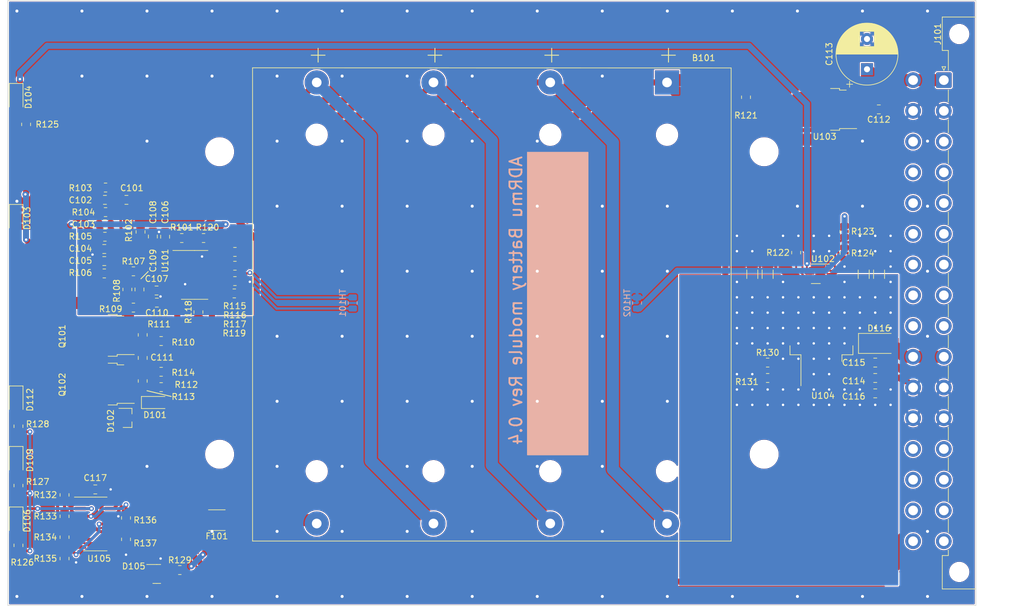
<source format=kicad_pcb>
(kicad_pcb (version 20211014) (generator pcbnew)
  (title_block (title "ADRmu battery module") (date "2022-06-04") (rev "0.4") (company "RPG"))
  (layers (0 "F.Cu" signal) (31 "B.Cu" signal) (34 "B.Paste" user) (35 "F.Paste" user) (36 "B.SilkS" user "B.Silkscreen") (37 "F.SilkS" user "F.Silkscreen") (38 "B.Mask" user) (39 "F.Mask" user) (44 "Edge.Cuts" user))
  (net 0 "")
  (net 1 "Net-(C107-Pad2)")
  (net 2 "Net-(C111-Pad1)")
  (net 3 "/-i{slash}o")
  (net 4 "/in+")
  (net 5 "Net-(D101-Pad1)")
  (net 6 "Net-(D101-Pad2)")
  (net 7 "Net-(D103-Pad2)")
  (net 8 "Net-(D104-Pad2)")
  (net 10 "Net-(B101-Pad2)")
  (net 11 "Net-(B101-Pad4)")
  (net 12 "Net-(B101-Pad6)")
  (net 15 "+BATT")
  (net 16 "-BATT")
  (net 17 "Net-(C101-Pad1)")
  (net 18 "Net-(C101-Pad2)")
  (net 19 "Net-(C102-Pad2)")
  (net 20 "Net-(C103-Pad2)")
  (net 21 "GND")
  (net 22 "Net-(C105-Pad1)")
  (net 23 "Net-(C106-Pad1)")
  (net 25 "Net-(C109-Pad2)")
  (net 32 "Net-(Q101-Pad1)")
  (net 33 "Net-(Q101-Pad2)")
  (net 37 "/AVDD")
  (net 49 "Net-(R110-Pad2)")
  (net 50 "Net-(R114-Pad1)")
  (net 51 "Net-(R115-Pad1)")
  (net 52 "Net-(R116-Pad1)")
  (net 53 "Net-(D104-Pad1)")
  (net 54 "Net-(R118-Pad2)")
  (net 55 "Net-(R119-Pad2)")
  (net 56 "Net-(C113-Pad1)")
  (net 57 "Net-(R116-Pad2)")
  (net 58 "Net-(R117-Pad2)")
  (net 59 "Net-(R121-Pad1)")
  (net 60 "Net-(R123-Pad1)")
  (net 61 "Net-(R123-Pad2)")
  (net 62 "Net-(R124-Pad2)")
  (net 63 "Net-(R122-Pad1)")
  (net 64 "Net-(C116-Pad1)")
  (net 66 "Net-(D106-Pad2)")
  (net 67 "Net-(D109-Pad2)")
  (net 68 "Net-(D112-Pad2)")
  (net 69 "Net-(C115-Pad1)")
  (net 70 "/dropped_in+")
  (net 71 "Net-(D106-Pad1)")
  (net 72 "Net-(D109-Pad1)")
  (net 73 "Net-(D112-Pad1)")
  (net 74 "Net-(R132-Pad1)")
  (net 75 "Net-(R133-Pad1)")
  (net 76 "Net-(R134-Pad1)")
  (net 77 "Net-(R136-Pad1)")
  (net 78 "Net-(R132-Pad2)")
  (footprint "Capacitor_SMD:C_0805_2012Metric" (layer "F.Cu") (at 94.634865 99.94 180)
    (fp_text reference "C110")
    (fp_text value "100n 50V")
  )
  (footprint "Capacitor_SMD:C_0805_2012Metric" (layer "F.Cu") (at 93.968 89.018 -90)
    (fp_text reference "C108")
    (fp_text value "1u 50V")
  )
  (footprint "Capacitor_SMD:C_0805_2012Metric" (layer "F.Cu") (at 213.36 114.935)
    (fp_text reference "C116")
    (fp_text value "1u 50V")
  )
  (footprint "MountingHole:MountingHole_4.3mm_M4" (layer "F.Cu") (at 195 75)
    (fp_text reference "H104" hide)
    (fp_text value "MountingHole")
  )
  (footprint "Capacitor_THT:CP_Radial_D10.0mm_P5.00mm" (layer "F.Cu") (at 212 61.367677 90)
    (fp_text reference "C113")
    (fp_text value "220u 16V")
  )
  (footprint "Package_TO_SOT_SMD:TO-252-2" (layer "F.Cu") (at 85.6065 113.401 180)
    (fp_text reference "Q102")
    (fp_text value "Q_NMOS_GDS")
  )
  (footprint "Package_SO:SOIC-14_3.9x8.7mm_P1.27mm" (layer "F.Cu") (at 84.455 136.525)
    (fp_text reference "U105")
    (fp_text value "LM339")
  )
  (footprint "Capacitor_SMD:C_1206_3216Metric" (layer "F.Cu") (at 213.995 95.25 90)
    (fp_text reference "HS104" hide)
    (fp_text value "THJP1206AST1")
  )
  (footprint "Package_TO_SOT_SMD:TO-252-2" (layer "F.Cu") (at 205 68 180)
    (fp_text reference "U103")
    (fp_text value "L7812")
  )
  (footprint "Fuse:Fuse_1812_4532Metric" (layer "F.Cu") (at 104.5425 135.89 180)
    (fp_text reference "F101")
    (fp_text value "2A")
  )
  (footprint "Resistor_SMD:R_0805_2012Metric" (layer "F.Cu") (at 90.7565 94.765)
    (fp_text reference "R107")
    (fp_text value "100")
  )
  (footprint "ADRmu_battery_Library:BK-18650-PC8" (layer "F.Cu") (at 178.95 63.55 -90)
    (fp_text reference "B101")
    (fp_text value "BK-18650-PC8")
  )
  (footprint "Resistor_SMD:R_0805_2012Metric" (layer "F.Cu") (at 102.35 89.272)
    (fp_text reference "R120")
    (fp_text value "49k9")
  )
  (footprint "Capacitor_SMD:C_0805_2012Metric" (layer "F.Cu") (at 84.455 130.81 180)
    (fp_text reference "C117")
    (fp_text value "100n 50V")
  )
  (footprint "Resistor_SMD:R_0805_2012Metric" (layer "F.Cu") (at 98.425 144.145)
    (fp_text reference "R129")
    (fp_text value "10k")
  )
  (footprint "Capacitor_SMD:C_1206_3216Metric" (layer "F.Cu") (at 211.455 95.25 90)
    (fp_text reference "HS103" hide)
    (fp_text value "THJP1206AST1")
  )
  (footprint "Resistor_SMD:R_0805_2012Metric" (layer "F.Cu") (at 79.375 142.24 90)
    (fp_text reference "R135")
    (fp_text value "68k")
  )
  (footprint "Package_TO_SOT_SMD:TO-263-2" (layer "F.Cu") (at 204.47 105.61 90)
    (fp_text reference "U104")
    (fp_text value "LM317_TO-263")
  )
  (footprint "Resistor_SMD:R_0805_2012Metric" (layer "F.Cu") (at 89.7565 97.765 -90)
    (fp_text reference "R108")
    (fp_text value "60mR")
  )
  (footprint "Resistor_SMD:R_0805_2012Metric" (layer "F.Cu") (at 86.047 89.051)
    (fp_text reference "R105")
    (fp_text value "33")
  )
  (footprint "Resistor_SMD:R_0805_2012Metric" (layer "F.Cu") (at 89.535 139.065 90)
    (fp_text reference "R137")
    (fp_text value "10k")
  )
  (footprint "Resistor_SMD:R_0805_2012Metric" (layer "F.Cu") (at 71.755 130.175 -90)
    (fp_text reference "R127")
    (fp_text value "49k9")
  )
  (footprint "Package_TO_SOT_SMD:TO-252-2" (layer "F.Cu") (at 85.6065 105.351 180)
    (fp_text reference "Q101")
    (fp_text value "Q_NMOS_GDS")
  )
  (footprint "LED_SMD:LED_1206_3216Metric" (layer "F.Cu") (at 71.375 86 -90)
    (fp_text reference "D103")
    (fp_text value "LT Y8SG-V2AB-36")
  )
  (footprint "Capacitor_SMD:C_0805_2012Metric" (layer "F.Cu") (at 213.95 68 180)
    (fp_text reference "C112")
    (fp_text value "100n 50V")
  )
  (footprint "MountingHole:MountingHole_4.3mm_M4" (layer "F.Cu") (at 195 125)
    (fp_text reference "H101" hide)
    (fp_text value "MountingHole")
  )
  (footprint "Resistor_SMD:R_0805_2012Metric" (layer "F.Cu") (at 195.58 109.855 180)
    (fp_text reference "R130")
    (fp_text value "5k1")
  )
  (footprint "Resistor_SMD:R_0805_2012Metric" (layer "F.Cu") (at 101.5 101.5 90)
    (fp_text reference "R118")
    (fp_text value "470k")
  )
  (footprint "Resistor_SMD:R_0805_2012Metric" (layer "F.Cu") (at 107.43 98.416 180)
    (fp_text reference "R119")
    (fp_text value "10k")
  )
  (footprint "Capacitor_SMD:C_0805_2012Metric" (layer "F.Cu") (at 96 89.05 90)
    (fp_text reference "C106")
    (fp_text value "1u 50V")
  )
  (footprint "Resistor_SMD:R_0805_2012Metric" (layer "F.Cu") (at 79.375 138.7075 90)
    (fp_text reference "R134")
    (fp_text value "1k8")
  )
  (footprint "Resistor_SMD:R_0805_2012Metric" (layer "F.Cu") (at 208.29 88.18 -90)
    (fp_text reference "R123")
    (fp_text value "10k")
  )
  (footprint "Diode_SMD:D_SOD-123" (layer "F.Cu") (at 94.3255 116.45)
    (fp_text reference "D101")
    (fp_text value "1N4148")
  )
  (footprint "Resistor_SMD:R_0805_2012Metric" (layer "F.Cu") (at 208.29 91.7675 -90)
    (fp_text reference "R124")
    (fp_text value "1k2")
  )
  (footprint "MountingHole:MountingHole_4.3mm_M4" (layer "F.Cu") (at 105 75)
    (fp_text reference "H102" hide)
    (fp_text value "MountingHole")
  )
  (footprint "Resistor_SMD:R_0805_2012Metric" (layer "F.Cu") (at 86.1505 84.987)
    (fp_text reference "R104")
    (fp_text value "33")
  )
  (footprint "LED_SMD:LED_1206_3216Metric" (layer "F.Cu") (at 71.375 116 -90)
    (fp_text reference "D112")
    (fp_text value "LT Y8SG-V2AB-36")
  )
  (footprint "Resistor_SMD:R_0805_2012Metric" (layer "F.Cu") (at 107.5335 93.844)
    (fp_text reference "R116")
    (fp_text value "10k")
  )
  (footprint "Resistor_SMD:R_0805_2012Metric" (layer "F.Cu") (at 200.29 91.68 -90)
    (fp_text reference "R122")
    (fp_text value "680k")
  )
  (footprint "Package_TO_SOT_SMD:SOT-23" (layer "F.Cu") (at 94.615 144.78)
    (fp_text reference "D105")
    (fp_text value "BZX84C10")
  )
  (footprint "Resistor_SMD:R_0805_2012Metric" (layer "F.Cu") (at 107.5335 91.558)
    (fp_text reference "R115")
    (fp_text value "10k")
  )
  (footprint "Resistor_SMD:R_0805_2012Metric" (layer "F.Cu") (at 91.936 88.256 -90)
    (fp_text reference "R102")
    (fp_text value "33")
  )
  (footprint "Capacitor_SMD:C_0805_2012Metric" (layer "F.Cu") (at 94.584865 97.94 180)
    (fp_text reference "C107")
    (fp_text value "100n 50V")
  )
  (footprint "Resistor_SMD:R_0805_2012Metric" (layer "F.Cu") (at 95.3415 106.29)
    (fp_text reference "R110")
    (fp_text value "5k1")
  )
  (footprint "Resistor_SMD:R_0805_2012Metric" (layer "F.Cu") (at 90.7565 100.765)
    (fp_text reference "R109")
    (fp_text value "100")
  )
  (footprint "Capacitor_SMD:C_0805_2012Metric" (layer "F.Cu") (at 92.2935 109.084 -90)
    (fp_text reference "C111")
    (fp_text value "100n 50V")
  )
  (footprint "Diode_SMD:D_SOT-23_ANK" (layer "F.Cu") (at 89.7535 118.99)
    (fp_text reference "D102")
    (fp_text value "16V")
  )
  (footprint "Resistor_SMD:R_0805_2012Metric" (layer "F.Cu") (at 79.375 131.7225 90)
    (fp_text reference "R132")
    (fp_text value "33k")
  )
  (footprint "Resistor_SMD:R_0805_2012Metric" (layer "F.Cu") (at 98.747 89.272 180)
    (fp_text reference "R101")
    (fp_text value "1k")
  )
  (footprint "Capacitor_SMD:C_1206_3216Metric" (layer "F.Cu") (at 193.04 95.25 90)
    (fp_text reference "HS101" hide)
    (fp_text value "THJP1206AST1")
  )
  (footprint "Capacitor_SMD:C_0805_2012Metric" (layer "F.Cu") (at 213.36 109.855)
    (fp_text reference "C115")
    (fp_text value "1u 50V")
  )
  (footprint "Resistor_SMD:R_0805_2012Metric" (layer "F.Cu") (at 107.5335 96.384 180)
    (fp_text reference "R117")
    (fp_text value "200k")
  )
  (footprint "Connector_DIN:DIN41612_D_2x16_Male_Horizontal_THT" (layer "F.Cu") (at 224.7 60.63 -90)
    (fp_text reference "J101")
    (fp_text value "Harting 09042326831")
  )
  (footprint "Resistor_SMD:R_0805_2012Metric" (layer "F.Cu") (at 192 66 90)
    (fp_text reference "R121")
    (fp_text value "9.1M")
  )
  (footprint "Resistor_SMD:R_0805_2012Metric" (layer "F.Cu") (at 95.3415 113.91 180)
    (fp_text reference "R112")
    (fp_text value "1M")
  )
  (footprint "Diode_SMD:D_SMA" (layer "F.Cu") (at 213.995 106.68)
    (fp_text reference "D116")
    (fp_text value "RS1D-13-F")
  )
  (footprint "Capacitor_SMD:C_0805_2012Metric" (layer "F.Cu") (at 86.047 82.955 180)
    (fp_text reference "C102")
    (fp_text value "1u 50V")
  )
  (footprint "LED_SMD:LED_1206_3216Metric" (layer "F.Cu") (at 71.375 136 -90)
    (fp_text reference "D106")
    (fp_text value "LT Y8SG-V2AB-36")
  )
  (footprint "Resistor_SMD:R_0805_2012Metric" (layer "F.Cu") (at 95.3415 111.37 180)
    (fp_text reference "R114")
    (fp_text value "5k1")
  )
  (footprint "Capacitor_SMD:C_0805_2012Metric" (layer "F.Cu") (at 86.047 87.019 180)
    (fp_text reference "C103")
    (fp_text value "1u 50V")
  )
  (footprint "Capacitor_SMD:C_0805_2012Metric" (layer "F.Cu") (at 213.36 112.395)
    (fp_text reference "C114")
    (fp_text value "1u 50V")
  )
  (footprint "Capacitor_SMD:C_0805_2012Metric" (layer "F.Cu") (at 91.7565 97.765 -90)
    (fp_text reference "C109")
    (fp_text value "100n 50V")
  )
  (footprint "Resistor_SMD:R_0805_2012Metric" (layer "F.Cu") (at 85.9435 95.114 180)
    (fp_text reference "R106")
    (fp_text value "33")
  )
  (footprint "Resistor_SMD:R_0805_2012Metric" (layer "F.Cu") (at 79.375 135.255 90)
    (fp_text reference "R133")
    (fp_text value "1k8")
  )
  (footprint "Resistor_SMD:R_0805_2012Metric" (layer "F.Cu") (at 195.58 112.395)
    (fp_text reference "R131")
    (fp_text value "10k")
  )
  (footprint "Resistor_SMD:R_0805_2012Metric" (layer "F.Cu") (at 92.2935 105.274 -90)
    (fp_text reference "R111")
    (fp_text value "10M")
  )
  (footprint "Package_SO:TSSOP-24_4.4x7.8mm_P0.65mm" (layer "F.Cu") (at 100.8695 95.354)
    (fp_text reference "U101")
    (fp_text value "BQ7791500")
  )
  (footprint "LED_SMD:LED_1206_3216Metric" (layer "F.Cu") (at 71.375 66 -90)
    (fp_text reference "D104")
    (fp_text value "LT Y8SG-V2AB-36")
  )
  (footprint "Resistor_SMD:R_0805_2012Metric" (layer "F.Cu") (at 86.1505 80.923)
    (fp_text reference "R103")
    (fp_text value "33")
  )
  (footprint "Resistor_SMD:R_0805_2012Metric" (layer "F.Cu") (at 71.755 140.0575 -90)
    (fp_text reference "R126")
    (fp_text value "49k9")
  )
  (footprint "Resistor_SMD:R_0805_2012Metric" (layer "F.Cu") (at 89.535 135.5325 90)
    (fp_text reference "R136")
    (fp_text value "10k")
  )
  (footprint "MountingHole:MountingHole_4.3mm_M4" (layer "F.Cu") (at 105 125)
    (fp_text reference "H103" hide)
    (fp_text value "MountingHole")
  )
  (footprint "Resistor_SMD:R_0805_2012Metric" (layer "F.Cu") (at 71.755 120.3725 -90)
    (fp_text reference "R128")
    (fp_text value "49k9")
  )
  (footprint "LED_SMD:LED_1206_3216Metric" (layer "F.Cu") (at 71.375 126 -90)
    (fp_text reference "D109")
    (fp_text value "LT Y8SG-V2AB-36")
  )
  (footprint "Capacitor_SMD:C_0805_2012Metric" (layer "F.Cu") (at 85.9435 93.082 180)
    (fp_text reference "C105")
    (fp_text value "1u 50V")
  )
  (footprint "Resistor_SMD:R_0805_2012Metric" (layer "F.Cu") (at 73.025 70.485 90)
    (fp_text reference "R125")
    (fp_text value "49k9")
  )
  (footprint "Capacitor_SMD:C_0805_2012Metric" (layer "F.Cu") (at 89.603 82.955 180)
    (fp_text reference "C101")
    (fp_text value "1u 50V")
  )
  (footprint "Package_DFN_QFN:DFN-10-1EP_3x3mm_P0.5mm_EP1.65x2.38mm" (layer "F.Cu") (at 204.29 95.18 180)
    (fp_text reference "U102")
    (fp_text value "LTC4079")
  )
  (footprint "Capacitor_SMD:C_0805_2012Metric" (layer "F.Cu") (at 85.9435 91.083 180)
    (fp_text reference "C104")
    (fp_text value "1u 50V")
  )
  (footprint "Resistor_SMD:R_0805_2012Metric" (layer "F.Cu") (at 92.2935 112.894 -90)
    (fp_text reference "R113")
    (fp_text value "3M")
  )
  (footprint "Capacitor_SMD:C_1206_3216Metric" (layer "F.Cu") (at 195.58 95.25 90)
    (fp_text reference "HS102" hide)
    (fp_text value "THJP1206AST1")
  )
  (footprint "Resistor_SMD:R_0805_2012Metric" (layer "B.Cu") (at 127 100 -90)
    (fp_text reference "TH101")
    (fp_text value "CMFB3435103FNT")
  )
  (footprint "Resistor_SMD:R_0805_2012Metric" (layer "B.Cu") (at 174 100 -90)
    (fp_text reference "TH102")
    (fp_text value "CMFB3435103FNT")
  )
  (gr_rect (start 165.885 125.1) (end 155.885 75.1) (layer "B.SilkS") (width 0.15) (fill solid))
  (gr_line (start 93 114.5) (end 97 115.45) (layer "F.SilkS") (width 0.15))
  (gr_line (start 92 96) (end 93.2 94.8) (layer "F.SilkS") (width 0.15))
  (gr_rect locked (start 230 50) (end 70 150) (layer "Edge.Cuts") (width 0.1) (fill none))
  (gr_text "ADRmu Battery module Rev 0.4" (at 153.985 99.6 90) (layer "B.SilkS") (effects (font (size 2 2) (thickness 0.3)) (justify mirror)))
  (segment (start 91.669 96.7275) (end 91.7565 96.815) (width 1) (layer "F.Cu") (net 1))
  (segment (start 91.669 94.765) (end 91.669 96.7275) (width 1) (layer "F.Cu") (net 1))
  (segment (start 96.399553 96.81548) (end 94.759385 96.81548) (width 0.4) (layer "F.Cu") (net 1))
  (segment (start 97.213073 97.629) (end 96.399553 96.81548) (width 0.4) (layer "F.Cu") (net 1))
  (segment (start 92.509865 96.815) (end 93.634865 97.94) (width 1) (layer "F.Cu") (net 1))
  (segment (start 94.759385 96.81548) (end 93.634865 97.94) (width 0.4) (layer "F.Cu") (net 1))
  (segment (start 91.7565 96.815) (end 92.509865 96.815) (width 1) (layer "F.Cu") (net 1))
  (segment (start 98.007 97.629) (end 97.213073 97.629) (width 0.4) (layer "F.Cu") (net 1))
  (segment (start 88.414478 109.338) (end 87.9755 108.899022) (width 1) (layer "F.Cu") (net 2))
  (segment (start 92.2935 104.3615) (end 91.097 104.3615) (width 1) (layer "F.Cu") (net 2))
  (segment (start 89.7565 100.6775) (end 89.7565 98.6775) (width 2) (layer "F.Cu") (net 2))
  (segment (start 90.921676 109.338) (end 88.414478 109.338) (width 1) (layer "F.Cu") (net 2))
  (segment (start 89.844 100.765) (end 89.7565 100.6775) (width 2) (layer "F.Cu") (net 2))
  (segment (start 89.844 100.765) (end 89.844 103.0335) (width 2) (layer "F.Cu") (net 2))
  (segment (start 87.9755 104.902) (end 89.8065 103.071) (width 1) (layer "F.Cu") (net 2))
  (segment (start 89.844 103.0335) (end 89.8065 103.071) (width 2) (layer "F.Cu") (net 2))
  (segment (start 87.9755 108.899022) (end 87.9755 104.902) (width 1) (layer "F.Cu") (net 2))
  (segment (start 91.097 104.3615) (end 89.8065 103.071) (width 1) (layer "F.Cu") (net 2))
  (segment (start 92.125676 108.134) (end 90.921676 109.338) (width 1) (layer "F.Cu") (net 2))
  (segment (start 214.31 112.395) (end 218.045 112.395) (width 1) (layer "F.Cu") (net 3))
  (segment (start 214.31 114.935) (end 214.31 112.395) (width 1) (layer "F.Cu") (net 3))
  (segment (start 214.31 112.395) (end 214.31 109.855) (width 1) (layer "F.Cu") (net 3))
  (segment (start 218.045 112.395) (end 219.62 113.97) (width 1) (layer "F.Cu") (net 3))
  (segment (start 203.95952 94.13048) (end 202.84 94.13048) (width 0.4) (layer "F.Cu") (net 3))
  (segment (start 204.29 93.8) (end 203.95952 94.13048) (width 0.4) (layer "F.Cu") (net 3))
  (segment (start 204.29 95.18) (end 204.29 93.8) (width 1.6) (layer "F.Cu") (net 3))
  (via (at 215.9 91.44) (size 0.8) (drill 0.4) (layers "F.Cu" "B.Cu") (net 3))
  (via (at 125.25 116.25) (size 0.8) (drill 0.5) (layers "F.Cu" "B.Cu") (net 3))
  (via (at 157.5 73.25) (size 0.8) (drill 0.5) (layers "F.Cu" "B.Cu") (net 3))
  (via (at 205.74 91.44) (size 0.8) (drill 0.4) (layers "F.Cu" "B.Cu") (net 3))
  (via (at 157.5 94.75) (size 0.8) (drill 0.5) (layers "F.Cu" "B.Cu") (net 3))
  (via (at 179 94.75) (size 0.8) (drill 0.5) (layers "F.Cu" "B.Cu") (net 3))
  (via (at 146.75 62.5) (size 0.8) (drill 0.5) (layers "F.Cu" "B.Cu") (net 3))
  (via (at 103.75 148.5) (size 0.8) (drill 0.5) (layers "F.Cu" "B.Cu") (net 3))
  (via (at 136 51.75) (size 0.8) (drill 0.5) (layers "F.Cu" "B.Cu") (net 3))
  (via (at 215.9 88.9) (size 0.8) (drill 0.4) (layers "F.Cu" "B.Cu") (net 3))
  (via (at 179 84) (size 0.8) (drill 0.5) (layers "F.Cu" "B.Cu") (net 3))
  (via (at 136 84) (size 0.8) (drill 0.5) (layers "F.Cu" "B.Cu") (net 3))
  (via (at 114.5 84) (size 0.8) (drill 0.5) (layers "F.Cu" "B.Cu") (net 3))
  (via (at 146.75 116.25) (size 0.8) (drill 0.5) (layers "F.Cu" "B.Cu") (net 3))
  (via (at 114.5 51.75) (size 0.8) (drill 0.5) (layers "F.Cu" "B.Cu") (net 3))
  (via (at 213.36 88.9) (size 0.8) (drill 0.4) (layers "F.Cu" "B.Cu") (net 3))
  (via (at 168.25 94.75) (size 0.8) (drill 0.5) (layers "F.Cu" "B.Cu") (net 3))
  (via (at 205.74 88.9) (size 0.8) (drill 0.4) (layers "F.Cu" "B.Cu") (net 3))
  (via (at 179 116.25) (size 0.8) (drill 0.5) (layers "F.Cu" "B.Cu") (net 3))
  (via (at 125.25 148.5) (size 0.8) (drill 0.5) (layers "F.Cu" "B.Cu") (net 3))
  (via (at 168.25 137.75) (size 0.8) (drill 0.5) (layers "F.Cu" "B.Cu") (net 3))
  (via (at 125.25 127) (size 0.8) (drill 0.5) (layers "F.Cu" "B.Cu") (net 3))
  (via (at 136 105.5) (size 0.8) (drill 0.5) (layers "F.Cu" "B.Cu") (net 3))
  (via (at 93 148.5) (size 0.8) (drill 0.5) (layers "F.Cu" "B.Cu") (net 3))
  (via (at 81.28 142.875) (size 0.8) (drill 0.4) (layers "F.Cu" "B.Cu") (net 3))
  (via (at 93 127) (size 0.8) (drill 0.5) (layers "F.Cu" "B.Cu") (net 3))
  (via (at 215.9 93.98) (size 0.8) (drill 0.4) (layers "F.Cu" "B.Cu") (net 3))
  (via (at 210.82 91.44) (size 0.8) (drill 0.4) (layers "F.Cu" "B.Cu") (net 3))
  (via (at 168.25 127) (size 0.8) (drill 0.5) (layers "F.Cu" "B.Cu") (net 3))
  (via (at 189.75 51.75) (size 0.8) (drill 0.5) (layers "F.Cu" "B.Cu") (net 3))
  (via (at 136 127) (size 0.8) (drill 0.5) (layers "F.Cu" "B.Cu") (net 3))
  (via (at 168.25 62.5) (size 0.8) (drill 0.5) (layers "F.Cu" "B.Cu") (net 3))
  (via (at 95.25 142.24) (size 0.8) (drill 0.4) (layers "F.Cu" "B.Cu") (net 3))
  (via (at 168.25 84) (size 0.8) (drill 0.5) (layers "F.Cu" "B.Cu") (net 3))
  (via (at 222 94.75) (size 0.8) (drill 0.5) (layers "F.Cu" "B.Cu") (net 3))
  (via (at 125.25 94.75) (size 0.8) (drill 0.5) (layers "F.Cu" "B.Cu") (net 3))
  (via (at 125.25 51.75) (size 0.8) (drill 0.5) (layers "F.Cu" "B.Cu") (net 3))
  (via (at 125.25 137.75) (size 0.8) (drill 0.5) (layers "F.Cu" "B.Cu") (net 3))
  (via (at 114.5 62.5) (size 0.8) (drill 0.5) (layers "F.Cu" "B.Cu") (net 3))
  (via (at 82.25 51.75) (size 0.8) (drill 0.5) (layers "F.Cu" "B.Cu") (net 3))
  (via (at 125.25 105.5) (size 0.8) (drill 0.5) (layers "F.Cu" "B.Cu") (net 3))
  (via (at 193.04 91.44) (size 0.8) (drill 0.4) (layers "F.Cu" "B.Cu") (net 3))
  (via (at 189.75 148.5) (size 0.8) (drill 0.5) (layers "F.Cu" "B.Cu") (net 3))
  (via (at 157.5 148.5) (size 0.8) (drill 0.5) (layers "F.Cu" "B.Cu") (net 3))
  (via (at 200.5 51.75) (size 0.8) (drill 0.5) (layers "F.Cu" "B.Cu") (net 3))
  (via (at 93 73.25) (size 0.8) (drill 0.5) (layers "F.Cu" "B.Cu") (net 3))
  (via (at 200.5 84) (size 0.8) (drill 0.5) (layers "F.Cu" "B.Cu") (net 3))
  (via (at 179 51.75) (size 0.8) (drill 0.5) (layers "F.Cu" "B.Cu") (net 3))
  (via (at 136 137.75) (size 0.8) (drill 0.5) (layers "F.Cu" "B.Cu") (net 3))
  (via (at 190.5 88.9) (size 0.8) (drill 0.4) (layers "F.Cu" "B.Cu") (net 3))
  (via (at 198.12 88.9) (size 0.8) (drill 0.4) (layers "F.Cu" "B.Cu") (net 3))
  (via (at 114.5 105.5) (size 0.8) (drill 0.5) (layers "F.Cu" "B.Cu") (net 3))
  (via (at 71.5 148.5) (size 0.8) (drill 0.5) (layers "F.Cu" "B.Cu") (net 3))
  (via (at 157.5 116.25) (size 0.8) (drill 0.5) (layers "F.Cu" "B.Cu") (net 3))
  (via (at 168.25 51.75) (size 0.8) (drill 0.5) (layers "F.Cu" "B.Cu") (net 3))
  (via (at 179 148.5) (size 0.8) (drill 0.5) (layers "F.Cu" "B.Cu") (net 3))
  (via (at 136 148.5) (size 0.8) (drill 0.5) (layers "F.Cu" "B.Cu") (net 3))
  (via (at 211.25 148.5) (size 0.8) (drill 0.5) (layers "F.Cu" "B.Cu") (net 3))
  (via (at 103.75 51.75) (size 0.8) (drill 0.5) (layers "F.Cu" "B.Cu") (net 3))
  (via (at 114.5 73.25) (size 0.8) (drill 0.5) (layers "F.Cu" "B.Cu") (net 3))
  (via (at 125.25 73.25) (size 0.8) (drill 0.5) (layers "F.Cu" "B.Cu") (net 3))
  (via (at 146.75 148.5) (size 0.8) (drill 0.5) (layers "F.Cu" "B.Cu") (net 3))
  (via (at 71.5 83.185) (size 0.8) (drill 0.5) (layers "F.Cu" "B.Cu") (net 3))
  (via (at 146.75 73.25) (size 0.8) (drill 0.5) (layers "F.Cu" "B.Cu") (net 3))
  (via (at 211.25 51.75) (size 0.8) (drill 0.5) (layers "F.Cu" "B.Cu") (net 3))
  (via (at 114.5 127) (size 0.8) (drill 0.5) (layers "F.Cu" "B.Cu") (net 3))
  (via (at 190.5 91.44) (size 0.8) (drill 0.4) (layers "F.Cu" "B.Cu") (net 3))
  (via (at 125.25 84) (size 0.8) (drill 0.5) (layers "F.Cu" "B.Cu") (net 3))
  (via (at 103.75 137.75) (size 0.8) (drill 0.5) (layers "F.Cu" "B.Cu") (net 3))
  (via (at 157.5 105.5) (size 0.8) (drill 0.5) (layers "F.Cu" "B.Cu") (net 3))
  (via (at 211.25 84) (size 0.8) (drill 0.5) (layers "F.Cu" "B.Cu") (net 3))
  (via (at 136 94.75) (size 0.8) (drill 0.5) (layers "F.Cu" "B.Cu") (net 3))
  (via (at 136 62.5) (size 0.8) (drill 0.5) (layers "F.Cu" "B.Cu") (net 3))
  (via (at 222 137.75) (size 0.8) (drill 0.5) (layers "F.Cu" "B.Cu") (net 3))
  (via (at 203.2 88.9) (size 0.8) (drill 0.4) (layers "F.Cu" "B.Cu") (net 3))
  (via (at 213.36 91.44) (size 0.8) (drill 0.4) (layers "F.Cu" "B.Cu") (net 3))
  (via (at 82.25 148.5) (size 0.8) (drill 0.5) (layers "F.Cu" "B.Cu") (net 3))
  (via (at 200.5 148.5) (size 0.8) (drill 0.5) (layers "F.Cu" "B.Cu") (net 3))
  (via (at 168.25 105.5) (size 0.8) (drill 0.5) (layers "F.Cu" "B.Cu") (net 3))
  (via (at 157.5 51.75) (size 0.8) (drill 0.5) (layers "F.Cu" "B.Cu") (net 3))
  (via (at 146.75 127) (size 0.8) (drill 0.5) (layers "F.Cu" "B.Cu") (net 3))
  (via (at 210.82 88.9) (size 0.8) (drill 0.4) (layers "F.Cu" "B.Cu") (net 3))
  (via (at 88.265 135.255) (size 0.8) (drill 0.4) (layers "F.Cu" "B.Cu") (net 3))
  (via (at 157.5 127) (size 0.8) (drill 0.5) (layers "F.Cu" "B.Cu") (net 3))
  (via (at 93 51.75) (size 0.8) (drill 0.5) (layers "F.Cu" "B.Cu") (net 3))
  (via (at 222 73.25) (size 0.8) (drill 0.5) (layers "F.Cu" "B.Cu") (net 3))
  (via (at 114.5 137.75) (size 0.8) (drill 0.5) (layers "F.Cu" "B.Cu") (net 3))
  (via (at 114.5 148.5) (size 0.8) (drill 0.5) (layers "F.Cu" "B.Cu") (net 3))
  (via (at 86.995 130.81) (size 0.8) (drill 0.4) (layers "F.Cu" "B.Cu") (net 3))
  (via (at 146.75 94.75) (size 0.8) (drill 0.5) (layers "F.Cu" "B.Cu") (net 3))
  (via (at 136 73.25) (size 0.8) (drill 0.5) (layers "F.Cu" "B.Cu") (net 3))
  (via (at 103.75 62.5) (size 0.8) (drill 0.5) (layers "F.Cu" "B.Cu") (net 3))
  (via (at 222 51.75) (size 0.8) (drill 0.5) (layers "F.Cu" "B.Cu") (net 3))
  (via (at 146.75 137.75) (size 0.8) (drill 0.5) (layers "F.Cu" "B.Cu") (net 3))
  (via (at 168.25 116.25) (size 0.8) (drill 0.5) (layers "F.Cu" "B.Cu") (net 3))
  (via (at 71.5 51.75) (size 0.8) (drill 0.5) (layers "F.Cu" "B.Cu") (net 3))
  (via (at 208.28 93.98) (size 0.8) (drill 0.4) (layers "F.Cu" "B.Cu") (net 3))
  (via (at 146.75 51.75) (size 0.8) (drill 0.5) (layers "F.Cu" "B.Cu") (net 3))
  (via (at 222 84) (size 0.8) (drill 0.5) (layers "F.Cu" "B.Cu") (net 3))
  (via (at 82.25 62.5) (size 0.8) (drill 0.5) (layers "F.Cu" "B.Cu") (net 3))
  (via (at 200.66 88.9) (size 0.8) (drill 0.4) (layers "F.Cu" "B.Cu") (net 3))
  (via (at 136 116.25) (size 0.8) (drill 0.5) (layers "F.Cu" "B.Cu") (net 3))
  (via (at 211.25 73.25) (size 0.8) (drill 0.5) (layers "F.Cu" "B.Cu") (net 3))
  (via (at 89.535 141.605) (size 0.8) (drill 0.4) (layers "F.Cu" "B.Cu") (net 3))
  (via (at 146.75 84) (size 0.8) (drill 0.5) (layers "F.Cu" "B.Cu") (net 3))
  (via (at 125.25 62.5) (size 0.8) (drill 0.5) (layers "F.Cu" "B.Cu") (net 3))
  (via (at 93 62.5) (size 0.8) (drill 0.5) (layers "F.Cu" "B.Cu") (net 3))
  (via (at 179 105.5) (size 0.8) (drill 0.5) (layers "F.Cu" "B.Cu") (net 3))
  (via (at 222 105.5) (size 0.8) (drill 0.5) (layers "F.Cu" "B.Cu") (net 3))
  (via (at 168.25 148.5) (size 0.8) (drill 0.5) (layers "F.Cu" "B.Cu") (net 3))
  (via (at 114.5 116.25) (size 0.8) (drill 0.5) (layers "F.Cu" "B.Cu") (net 3))
  (via (at 222 148.5) (size 0.8) (drill 0.5) (layers "F.Cu" "B.Cu") (net 3))
  (via (at 146.75 105.5) (size 0.8) (drill 0.5) (layers "F.Cu" "B.Cu") (net 3))
  (via (at 157.5 84) (size 0.8) (drill 0.5) (layers "F.Cu" "B.Cu") (net 3))
  (via (at 203.2 91.44) (size 0.8) (drill 0.4) (layers "F.Cu" "B.Cu") (net 3))
  (segment (start 219.62 108.89) (end 218.205 108.89) (width 2) (layer "F.Cu") (net 4))
  (segment (start 218.205 108.89) (end 215.995 106.68) (width 2) (layer "F.Cu") (net 4))
  (segment (start 224.7 108.89) (end 219.62 108.89) (width 2) (layer "F.Cu") (net 4))
  (segment (start 92.2935 116.068) (end 92.6755 116.45) (width 1) (layer "F.Cu") (net 5))
  (segment (start 92.6755 116.45) (end 90.5755 116.45) (width 1) (layer "F.Cu") (net 5))
  (segment (start 90.7535 118.99) (end 90.7535 118.372) (width 1) (layer "F.Cu") (net 5))
  (segment (start 92.397 113.91) (end 92.2935 113.8065) (width 1) (layer "F.Cu") (net 5))
  (segment (start 94.429 113.91) (end 92.397 113.91) (width 1) (layer "F.Cu") (net 5))
  (segment (start 90.5755 116.45) (end 89.8065 115.681) (width 1) (layer "F.Cu") (net 5))
  (segment (start 92.2935 113.8065) (end 92.2935 116.068) (width 1) (layer "F.Cu") (net 5))
  (segment (start 90.7535 118.372) (end 92.6755 116.45) (width 1) (layer "F.Cu") (net 5))
  (segment (start 95.9755 116.45) (end 95.9755 114.1885) (width 1) (layer "F.Cu") (net 6))
  (segment (start 94.429 111.854676) (end 94.429 111.37) (width 1) (layer "F.Cu") (net 6))
  (segment (start 96.254 113.679676) (end 94.429 111.854676) (width 1) (layer "F.Cu") (net 6))
  (segment (start 95.9755 114.1885) (end 96.254 113.91) (width 1) (layer "F.Cu") (net 6))
  (segment (start 96.254 113.91) (end 96.254 113.679676) (width 1) (layer "F.Cu") (net 6))
  (segment (start 71.375 87.4) (end 80.1 87.4) (width 1) (layer "F.Cu") (net 7))
  (segment (start 105.5345 87) (end 103.2625 89.272) (width 1) (layer "F.Cu") (net 7))
  (segment (start 80.1 87.4) (end 80.5 87) (width 1) (layer "F.Cu") (net 7))
  (segment (start 106 87) (end 105.5345 87) (width 1) (layer "F.Cu") (net 7))
  (via (at 80.5 87) (size 0.8) (drill 0.4) (layers "F.Cu" "B.Cu") (net 7))
  (via (at 106 87) (size 0.8) (drill 0.4) (layers "F.Cu" "B.Cu") (net 7))
  (segment (start 80.5 87) (end 106 87) (width 1) (layer "B.Cu") (net 7))
  (segment (start 73.025 69.5725) (end 73.025 69.05) (width 1) (layer "F.Cu") (net 8))
  (segment (start 73.025 69.05) (end 71.375 67.4) (width 1) (layer "F.Cu") (net 8))
  (segment (start 148.95 63.55) (end 144.80048 67.69952) (width 1) (layer "F.Cu") (net 10))
  (segment (start 85.238 74.958378) (end 85.238 80.923) (width 1) (layer "F.Cu") (net 10))
  (segment (start 144.80048 67.69952) (end 92.496858 67.69952) (width 1) (layer "F.Cu") (net 10))
  (segment (start 159.65 63.55) (end 148.95 63.55) (width 1) (layer "F.Cu") (net 10))
  (segment (start 92.496858 67.69952) (end 85.238 74.958378) (width 1) (layer "F.Cu") (net 10))
  (segment (start 170 127.5) (end 178.95 136.45) (width 2) (layer "B.Cu") (net 10))
  (segment (start 170 73.5) (end 170 127.5) (width 2) (layer "B.Cu") (net 10))
  (segment (start 160.05 63.55) (end 170 73.5) (width 2) (layer "B.Cu") (net 10))
  (segment (start 137.4 66.5) (end 92 66.5) (width 1) (layer "F.Cu") (net 11))
  (segment (start 92 66.5) (end 83.89748 74.60252) (width 1) (layer "F.Cu") (net 11))
  (segment (start 83.89748 83.823304) (end 85.061176 84.987) (width 1) (layer "F.Cu") (net 11))
  (segment (start 140.35 63.55) (end 137.4 66.5) (width 1) (layer "F.Cu") (net 11))
  (segment (start 85.061176 84.987) (end 85.238 84.987) (width 1) (layer "F.Cu") (net 11))
  (segment (start 83.89748 74.60252) (end 83.89748 83.823304) (width 1) (layer "F.Cu") (net 11))
  (segment (start 140.35 63.55) (end 150 73.2) (width 2) (layer "B.Cu") (net 11))
  (segment (start 150 73.2) (end 150 126.8) (width 2) (layer "B.Cu") (net 11))
  (segment (start 150 126.8) (end 159.65 136.45) (width 2) (layer "B.Cu") (net 11))
  (segment (start 119.29952 65.30048) (end 91.503143 65.30048) (width 1) (layer "F.Cu") (net 12))
  (segment (start 82.69796 87) (end 84.74896 89.051) (width 1) (layer "F.Cu") (net 12))
  (segment (start 121.05 63.55) (end 119.29952 65.30048) (width 1) (layer "F.Cu") (net 12))
  (segment (start 91.503143 65.30048) (end 82.69796 74.105662) (width 1) (layer "F.Cu") (net 12))
  (segment (start 82.69796 74.105662) (end 82.69796 87) (width 1) (layer "F.Cu") (net 12))
  (segment (start 84.74896 89.051) (end 85.1345 89.051) (width 1) (layer "F.Cu") (net 12))
  (segment (start 130 72.5) (end 130 126.1) (width 2) (layer "B.Cu") (net 12))
  (segment (start 121.05 63.55) (end 130 72.5) (width 2) (layer "B.Cu") (net 12))
  (segment (start 130 126.1) (end 140.35 136.45) (width 2) (layer "B.Cu") (net 12))
  (segment (start 73.66 131.445) (end 72.1125 131.445) (width 0.5) (layer "F.Cu") (net 15))
  (segment (start 83.505 132.468609) (end 84.669511 133.63312) (width 0.5) (layer "F.Cu") (net 15))
  (segment (start 194.6675 109.855) (end 189.23 109.855) (width 1) (layer "F.Cu") (net 15))
  (segment (start 83.75548 135.255) (end 81.98 135.255) (width 0.5) (layer "F.Cu") (net 15))
  (segment (start 170.45 63.55) (end 165 69) (width 1) (layer "F.Cu") (net 15))
  (segment (start 200.279 96.139) (end 198.39048 94.25048) (width 2) (layer "F.Cu") (net 15))
  (segment (start 84.669511 134.340969) (end 83.75548 135.255) (width 0.5) (layer "F.Cu") (net 15))
  (segment (start 89.535 134.62) (end 89.535 133.35) (width 0.5) (layer "F.Cu") (net 15))
  (segment (start 84.669511 133.63312) (end 84.669511 134.340969) (width 0.5) (layer "F.Cu") (net 15))
  (segment (start 190.30048 74.90048) (end 178.95 63.55) (width 2) (layer "F.Cu") (net 15))
  (segment (start 89.535 134.62) (end 92.138692 134.62) (width 0.5) (layer "F.Cu") (net 15))
  (segment (start 120.922274 69) (end 105.756137 84.166137) (width 1) (layer "F.Cu") (net 15))
  (segment (start 111.125 89.535) (end 105.756137 84.166137) (width 1) (layer "F.Cu") (net 15))
  (segment (start 102.235 141.605) (end 104.98048 138.85952) (width 1) (layer "F.Cu") (net 15))
  (segment (start 197 71) (end 197 68.34) (width 2) (layer "F.Cu") (net 15))
  (segment (start 198.39048 94.25048) (end 198.39048 93.326788) (width 2) (layer "F.Cu") (net 15))
  (segment (start 100.33 143.51) (end 99.9725 143.51) (width 1) (layer "F.Cu") (net 15))
  (segment (start 191.83 63.17) (end 179.33 63.17) (width 2) (layer "F.Cu") (net 15))
  (segment (start 101.4375 88.484774) (end 101.4375 89.272) (width 1) (layer "F.Cu") (net 15))
  (segment (start 165 69) (end 120.922274 69) (width 1) (layer "F.Cu") (net 15))
  (segment (start 104.98048 138.85952) (end 104.98048 134.484196) (width 1) (layer "F.Cu") (net 15))
  (segment (start 99.6595 89.272) (end 101.4375 89.272) (width 1) (layer "F.Cu") (net 15))
  (segment (start 105.756137 84.166137) (end 101.4375 88.484774) (width 1) (layer "F.Cu") (net 15))
  (segment (start 211.48 68) (end 209.2 70.28) (width 2) (layer "F.Cu") (net 15))
  (segment (start 92.11102 87.16848) (end 97.55598 87.16848) (width 0.4) (layer "F.Cu") (net 15))
  (segment (start 179.33 63.17) (end 178.95 63.55) (width 2) (layer "F.Cu") (net 15))
  (segment (start 104.98048 134.484196) (end 111.125 128.339676) (width 1) (layer "F.Cu") (net 15))
  (segment (start 198.39048 93.326788) (end 190.30048 85.236788) (width 2) (layer "F.Cu") (net 15))
  (segment (start 71.755 140.97) (end 77.26452 146.47952) (width 0.5) (layer "F.Cu") (net 15))
  (segment (start 189.23 109.855) (end 188.595 109.22) (width 1) (layer "F.Cu") (net 15))
  (segment (start 97.55598 87.16848) (end 99.6595 89.272) (width 0.4) (layer "F.Cu") (net 15))
  (segment (start 192 63.34) (end 191.83 63.17) (width 1) (layer "F.Cu") (net 15))
  (segment (start 72.1125 131.445) (end 71.755 131.0875) (width 0.5) (layer "F.Cu") (net 15))
  (segment (start 197 68.34) (end 191.83 63.17) (width 2) (layer "F.Cu") (net 15))
  (segment (start 83.505 130.81) (end 83.505 132.468609) (width 0.5) (layer "F.Cu") (net 15))
  (segment (start 188.595 109.22) (end 188.595 86.942268) (width 1) (layer "F.Cu") (net 15))
  (segment (start 178.95 63.55) (end 170.45 63.55) (width 1) (layer "F.Cu") (net 15))
  (segment (start 190.30048 85.236788) (end 190.30048 74.90048) (width 2) (layer "F.Cu") (net 15))
  (segment (start 188.595 86.942268) (end 190.30048 85.236788) (width 1) (layer "F.Cu") (net 15))
  (segment (start 77.26452 146.47952) (end 97.00298 146.47952) (width 0.5) (layer "F.Cu") (net 15))
  (segment (start 71.755 140.97) (end 73.66 140.97) (width 0.5) (layer "F.Cu") (net 15))
  (segment (start 97.00298 146.47952) (end 99.3375 144.145) (width 0.5) (layer "F.Cu") (net 15))
  (segment (start 209.2 70.28) (end 206.48 73) (width 2) (layer "F.Cu") (net 15))
  (segment (start 213 68) (end 211.48 68) (width 2) (layer "F.Cu") (net 15))
  (segment (start 73.66 121.285) (end 71.755 121.285) (width 0.5) (layer "F.Cu") (net 15))
  (segment (start 100.33 142.811308) (end 100.33 143.51) (width 0.5) (layer "F.Cu") (net 15))
  (segment (start 92.138692 134.62) (end 100.33 142.811308) (width 0.5) (layer "F.Cu") (net 15))
  (segment (start 200.66952 96.52952) (end 202.692 96.52952) (width 1) (layer "F.Cu") (net 15))
  (segment (start 99.9725 143.51) (end 99.3375 144.145) (width 1) (layer "F.Cu") (net 15))
  (segment (start 199 73) (end 197 71) (width 2) (layer "F.Cu") (net 15))
  (segment (start 206.48 73) (end 199 73) (width 2) (layer "F.Cu") (net 15))
  (segment (start 200.279 96.139) (end 200.66952 96.52952) (width 1) (layer "F.Cu") (net 15))
  (segment (start 192 65.0875) (end 192 63.34) (width 1) (layer "F.Cu") (net 15))
  (segment (start 111.125 128.339676) (end 111.125 89.535) (width 1) (layer "F.Cu") (net 15))
  (via (at 73.66 121.285) (size 0.8) (drill 0.4) (layers "F.Cu" "B.Cu") (net 15))
  (via (at 83.75548 135.255) (size 0.8) (drill 0.4) (layers "F.Cu" "B.Cu") (net 15))
  (via (at 89.535 133.35) (size 0.8) (drill 0.4) (layers "F.Cu" "B.Cu") (net 15))
  (via (at 100.33 143.51) (size 0.8) (drill 0.4) (layers "F.Cu" "B.Cu") (net 15))
  (via (at 73.66 140.97) (size 0.8) (drill 0.4) (layers "F.Cu" "B.Cu") (net 15))
  (via (at 73.66 131.445) (size 0.8) (drill 0.4) (layers "F.Cu" "B.Cu") (net 15))
  (via (at 102.235 141.605) (size 0.8) (drill 0.4) (layers "F.Cu" "B.Cu") (net 15))
  (segment (start 85.725 133.985) (end 84.455 135.255) (width 0.5) (layer "B.Cu") (net 15))
  (segment (start 73.66 131.445) (end 73.66 121.285) (width 0.5) (layer "B.Cu") (net 15))
  (segment (start 100.33 143.51) (end 102.235 141.605) (width 1) (layer "B.Cu") (net 15))
  (segment (start 88.9 133.985) (end 85.725 133.985) (width 0.5) (layer "B.Cu") (net 15))
  (segment (start 89.535 133.35) (end 88.9 133.985) (width 0.5) (layer "B.Cu") (net 15))
  (segment (start 73.66 140.97) (end 73.66 131.445) (width 0.5) (layer "B.Cu") (net 15))
  (segment (start 84.455 135.255) (end 83.75548 135.255) (width 0.5) (layer "B.Cu") (net 15))
  (segment (start 120.49 135.89) (end 106.68 135.89) (width 2) (layer "F.Cu") (net 16))
  (segment (start 121.05 136.45) (end 120.49 135.89) (width 2) (layer "F.Cu") (net 16))
  (segment (start 95.579 93.079) (end 98.007 93.079) (width 0.4) (layer "F.Cu") (net 17))
  (segment (start 96.085441 93.729) (end 91.936 89.579559) (width 0.4) (layer "F.Cu") (net 17))
  (segment (start 91.936 89.579559) (end 91.936 89.1685) (width 0.4) (layer "F.Cu") (net 17))
  (segment (start 98.007 93.729) (end 96.085441 93.729) (width 0.4) (layer "F.Cu") (net 17))
  (segment (start 90.553 87.7855) (end 90.553 82.955) (width 0.4) (layer "F.Cu") (net 17))
  (segment (start 91.936 89.1685) (end 90.553 87.7855) (width 0.4) (layer "F.Cu") (net 17))
  (segment (start 95.457609 94.379) (end 88.653 87.574391) (width 0.4) (layer "F.Cu") (net 18))
  (segment (start 86.997 82.955) (end 86.997 80.989) (width 0.4) (layer "F.Cu") (net 18))
  (segment (start 98.007 94.379) (end 95.457609 94.379) (width 0.4) (layer "F.Cu") (net 18))
  (segment (start 86.997 82.955) (end 88.653 82.955) (width 0.4) (layer "F.Cu") (net 18))
  (segment (start 88.653 87.574391) (end 88.653 82.955) (width 0.4) (layer "F.Cu") (net 18))
  (segment (start 86.997 87.019) (end 86.997 85.053) (width 0.4) (layer "F.Cu") (net 19))
  (segment (start 92.397199 92.16644) (end 95.247679 95.01692) (width 0.4) (layer "F.Cu") (net 19))
  (segment (start 91.78244 92.16644) (end 92.397199 92.16644) (width 0.4) (layer "F.Cu") (net 19))
  (segment (start 85.097 83.021) (end 87.063 84.987) (width 0.4) (layer "F.Cu") (net 19))
  (segment (start 95.247679 95.01692) (end 97.99492 95.01692) (width 0.4) (layer "F.Cu") (net 19))
  (segment (start 91.78244 92.16644) (end 86.997 87.381) (width 0.4) (layer "F.Cu") (net 19))
  (segment (start 97.99492 95.01692) (end 98.007 95.029) (width 0.4) (layer "F.Cu") (net 19))
  (segment (start 92.148868 92.76596) (end 91.36596 92.76596) (width 0.4) (layer "F.Cu") (net 20))
  (segment (start 96.958773 95.679) (end 96.896212 95.61644) (width 0.4) (layer "F.Cu") (net 20))
  (segment (start 89.683 91.083) (end 86.8935 91.083) (width 0.4) (layer "F.Cu") (net 20))
  (segment (start 86.8935 91.083) (end 86.8935 89.117) (width 0.4) (layer "F.Cu") (net 20))
  (segment (start 94.999349 95.61644) (end 92.148868 92.76596) (width 0.4) (layer "F.Cu") (net 20))
  (segment (start 98.007 95.679) (end 96.958773 95.679) (width 0.4) (layer "F.Cu") (net 20))
  (segment (start 85.097 87.1885) (end 86.9595 89.051) (width 0.4) (layer "F.Cu") (net 20))
  (segment (start 91.36596 92.76596) (end 89.683 91.083) (width 0.4) (layer "F.Cu") (net 20))
  (segment (start 96.896212 95.61644) (end 94.999349 95.61644) (width 0.4) (layer "F.Cu") (net 20))
  (segment (start 80 100) (end 78 102) (width 2) (layer "F.Cu") (net 21))
  (segment (start 78 102) (end 78 116.735) (width 2) (layer "F.Cu") (net 21))
  (segment (start 87.70659 95.96459) (end 87.742 96) (width 2) (layer "F.Cu") (net 21))
  (segment (start 97.415489 136.150489) (end 102.144511 136.150489) (width 2) (layer "F.Cu") (net 21))
  (segment (start 87.742 96) (end 89.5 96) (width 2) (layer "F.Cu") (net 21))
  (segment (start 87.332 98.668) (end 86 100) (width 2) (layer "F.Cu") (net 21))
  (segment (start 102.144511 136.150489) (end 102.405 135.89) (width 2) (layer "F.Cu") (net 21))
  (segment (start 87.332 95.59) (end 87.332 98.668) (width 2) (layer "F.Cu") (net 21))
  (segment (start 86.856 95.114) (end 87.70659 95.96459) (width 2) (layer "F.Cu") (net 21))
  (segment (start 86 100) (end 80 100) (width 2) (layer "F.Cu") (net 21))
  (segment (start 78 116.735) (end 97.415489 136.150489) (width 2) (layer "F.Cu") (net 21))
  (via (at 102.096 92.32) (size 0.8) (drill 0.4) (layers "F.Cu" "B.Cu") (net 21))
  (via (at 95.238 98.924) (size 0.8) (drill 0.4) (layers "F.Cu" "B.Cu") (net 21))
  (via (at 84 92) (size 0.8) (drill 0.4) (layers "F.Cu" "B.Cu") (net 21))
  (via (at 110 96.5) (size 0.8) (drill 0.4) (layers "F.Cu" "B.Cu") (net 21))
  (via (at 94.984 88.256) (size 0.8) (drill 0.4) (layers "F.Cu" "B.Cu") (net 21))
  (via (at 99.302 96.892) (size 0.8) (drill 0.4) (layers "F.Cu" "B.Cu") (net 21))
  (segment (start 114.4125 100.9125) (end 110 96.5) (width 0.4) (layer "B.Cu") (net 21))
  (segment (start 127 100.9125) (end 114.4125 100.9125) (width 0.4) (layer "B.Cu") (net 21))
  (segment (start 94.751019 96.21596) (end 91.900539 93.36548) (width 0.4) (layer "F.Cu") (net 22))
  (segment (start 90.75215 93) (end 86.9755 93) (width 0.4) (layer "F.Cu") (net 22))
  (segment (start 96.760923 96.329) (end 96.647883 96.21596) (width 0.4) (layer "F.Cu") (net 22))
  (segment (start 98.007 96.329) (end 96.760923 96.329) (width 0.4) (layer "F.Cu") (net 22))
  (segment (start 91.11763 93.36548) (end 90.75215 93) (width 0.4) (layer "F.Cu") (net 22))
  (segment (start 86.8935 93.082) (end 85.031 94.9445) (width 0.4) (layer "F.Cu") (net 22))
  (segment (start 91.900539 93.36548) (end 91.11763 93.36548) (width 0.4) (layer "F.Cu") (net 22))
  (segment (start 96.647883 96.21596) (end 94.751019 96.21596) (width 0.4) (layer "F.Cu") (net 22))
  (segment (start 104.607039 89.808961) (end 103.28652 91.12948) (width 0.5) (layer "F.Cu") (net 23))
  (segment (start 107.458961 89.808961) (end 104.607039 89.808961) (width 0.5) (layer "F.Cu") (net 23))
  (segment (start 108.446 90.796) (end 107.458961 89.808961) (width 0.5) (layer "F.Cu") (net 23))
  (segment (start 108.446 91.558) (end 108.446 90.796) (width 0.5) (layer "F.Cu") (net 23))
  (segment (start 97.8345 90.034) (end 97.8345 91.6065) (width 0.4) (layer "F.Cu") (net 23))
  (segment (start 96.228 90) (end 98.007 91.779) (width 0.4) (layer "F.Cu") (net 23))
  (segment (start 103.28652 91.12948) (end 98.65652 91.12948) (width 0.5) (layer "F.Cu") (net 23))
  (segment (start 98.65652 91.12948) (end 98.007 91.779) (width 0.5) (layer "F.Cu") (net 23))
  (segment (start 91.669 100.765) (end 92.859865 100.765) (width 1) (layer "F.Cu") (net 25))
  (segment (start 91.7565 100.6775) (end 91.669 100.765) (width 1) (layer "F.Cu") (net 25))
  (segment (start 96.484385 100.684039) (end 96.103904 101.06452) (width 0.4) (layer "F.Cu") (net 25))
  (segment (start 97.153 98.279) (end 96.484385 98.947615) (width 0.4) (layer "F.Cu") (net 25))
  (segment (start 91.7565 98.715) (end 91.7565 100.6775) (width 1) (layer "F.Cu") (net 25))
  (segment (start 94.809385 101.06452) (end 93.684865 99.94) (width 0.4) (layer "F.Cu") (net 25))
  (segment (start 96.103904 101.06452) (end 94.809385 101.06452) (width 0.4) (layer "F.Cu") (net 25))
  (segment (start 92.859865 100.765) (end 93.684865 99.94) (width 1) (layer "F.Cu") (net 25))
  (segment (start 96.484385 98.947615) (end 96.484385 100.684039) (width 0.4) (layer "F.Cu") (net 25))
  (segment (start 98.007 98.279) (end 97.153 98.279) (width 0.4) (layer "F.Cu") (net 25))
  (segment (start 92.397 106.29) (end 92.2935 106.1865) (width 1) (layer "F.Cu") (net 32))
  (segment (start 94.429 106.29) (end 92.397 106.29) (width 1) (layer "F.Cu") (net 32))
  (segment (start 92.2935 106.1865) (end 91.251 106.1865) (width 1) (layer "F.Cu") (net 32))
  (segment (start 91.251 106.1865) (end 89.8065 107.631) (width 1) (layer "F.Cu") (net 32))
  (segment (start 83.5065 105.351) (end 83.5065 113.401) (width 2) (layer "F.Cu") (net 33))
  (segment (start 96.429 92.429) (end 93.968 89.968) (width 0.4) (layer "F.Cu") (net 37))
  (segment (start 98.007 92.429) (end 96.429 92.429) (width 0.4) (layer "F.Cu") (net 37))
  (segment (start 103.732 94.379) (end 100.851887 94.379) (width 0.4) (layer "F.Cu") (net 37))
  (segment (start 100.851887 94.379) (end 98.901887 92.429) (width 0.4) (layer "F.Cu") (net 37))
  (segment (start 98.901887 92.429) (end 98.007 92.429) (width 0.4) (layer "F.Cu") (net 37))
  (segment (start 96.254 106.29) (end 98.007 104.537) (width 1) (layer "F.Cu") (net 49))
  (segment (start 98.007 104.537) (end 98.007 99.17852) (width 1) (layer "F.Cu") (net 49))
  (segment (start 103.732 104.268) (end 103.732 99.17852) (width 1) (layer "F.Cu") (net 50))
  (segment (start 96.63 111.37) (end 103.732 104.268) (width 1) (layer "F.Cu") (net 50))
  (segment (start 96.254 111.37) (end 96.63 111.37) (width 1) (layer "F.Cu") (net 50))
  (segment (start 106.16 91.558) (end 106.621 91.558) (width 0.4) (layer "F.Cu") (net 51))
  (segment (start 104.639 93.079) (end 106.16 91.558) (width 0.4) (layer "F.Cu") (net 51))
  (segment (start 103.732 93.079) (end 104.639 93.079) (width 0.4) (layer "F.Cu") (net 51))
  (segment (start 106.621 93.844) (end 107.891 95.114) (width 0.4) (layer "F.Cu") (net 52))
  (segment (start 106.621 93.844) (end 104.786 95.679) (width 0.4) (layer "F.Cu") (net 52))
  (segment (start 109.886 95.114) (end 110 95) (width 0.4) (layer "F.Cu") (net 52))
  (segment (start 107.891 95.114) (end 109.886 95.114) (width 0.4) (layer "F.Cu") (net 52))
  (segment (start 104.786 95.679) (end 103.732 95.679) (width 0.4) (layer "F.Cu") (net 52))
  (via (at 110 95) (size 0.8) (drill 0.4) (layers "F.Cu" "B.Cu") (net 52))
  (segment (start 110 95) (end 110.25 95) (width 0.4) (layer "B.Cu") (net 52))
  (segment (start 110.25 95) (end 114.3375 99.0875) (width 0.4) (layer "B.Cu") (net 52))
  (segment (start 114.3375 99.0875) (end 127 99.0875) (width 0.4) (layer "B.Cu") (net 52))
  (segment (start 202.06548 94.45548) (end 202.29 94.68) (width 0.3) (layer "F.Cu") (net 53))
  (segment (start 202.06548 93.49034) (end 202.06548 94.45548) (width 0.3) (layer "F.Cu") (net 53))
  (segment (start 72 63.975) (end 71.375 64.6) (width 1) (layer "F.Cu") (net 53))
  (segment (start 202.29 94.68) (end 202.84 94.68) (width 0.3) (layer "F.Cu") (net 53))
  (segment (start 72 63) (end 72 63.975) (width 1) (layer "F.Cu") (net 53))
  (segment (start 202.08902 93.4668) (end 202.06548 93.49034) (width 0.3) (layer "F.Cu") (net 53))
  (via (at 202.08902 93.4668) (size 0.8) (drill 0.4) (layers "F.Cu" "B.Cu") (net 53))
  (via (at 72 63) (size 0.8) (drill 0.4) (layers "F.Cu" "B.Cu") (net 53))
  (segment (start 72 63) (end 72 62) (width 1) (layer "B.Cu") (net 53))
  (segment (start 202.08902 67.08902) (end 202.08902 93.4668) (width 1) (layer "B.Cu") (net 53))
  (segment (start 76.5 57.5) (end 192.5 57.5) (width 1) (layer "B.Cu") (net 53))
  (segment (start 192.5 57.5) (end 202.08902 67.08902) (width 1) (layer "B.Cu") (net 53))
  (segment (start 72 62) (end 76.5 57.5) (width 1) (layer "B.Cu") (net 53))
  (segment (start 102.579536 98.279) (end 101.5 99.358536) (width 0.4) (layer "F.Cu") (net 54))
  (segment (start 103.732 98.279) (end 102.579536 98.279) (width 0.4) (layer "F.Cu") (net 54))
  (segment (start 101.5 99.358536) (end 101.5 100.5875) (width 0.4) (layer "F.Cu") (net 54))
  (segment (start 105.0805 96.979) (end 106.5175 98.416) (width 0.4) (layer "F.Cu") (net 55))
  (segment (start 103.732 96.979) (end 105.0805 96.979) (width 0.4) (layer "F.Cu") (net 55))
  (segment (start 212 62.92) (end 209.2 65.72) (width 2) (layer "F.Cu") (net 56))
  (segment (start 219.62 63.17) (end 213.802323 63.17) (width 2) (layer "F.Cu") (net 56))
  (segment (start 212 61.367677) (end 212 62.92) (width 2) (layer "F.Cu") (net 56))
  (segment (start 224.7 63.17) (end 219.62 63.17) (width 2) (layer "F.Cu") (net 56))
  (segment (start 213.802323 63.17) (end 212 61.367677) (width 2) (layer "F.Cu") (net 56))
  (segment (start 104.475447 95.07948) (end 105.5015 94.053427) (width 0.4) (layer "F.Cu") (net 57))
  (segment (start 107.53302 93.43902) (end 107.938 93.844) (width 0.4) (layer "F.Cu") (net 57))
  (segment (start 103.732 95.029) (end 103.78248 95.07948) (width 0.4) (layer "F.Cu") (net 57))
  (segment (start 106.089461 92.74448) (end 107.152539 92.74448) (width 0.4) (layer "F.Cu") (net 57))
  (segment (start 107.152539 92.74448) (end 107.53302 93.124961) (width 0.4) (layer "F.Cu") (net 57))
  (segment (start 107.53302 93.124961) (end 107.53302 93.43902) (width 0.4) (layer "F.Cu") (net 57))
  (segment (start 105.5015 93.332441) (end 106.089461 92.74448) (width 0.4) (layer "F.Cu") (net 57))
  (segment (start 105.5015 94.053427) (end 105.5015 93.332441) (width 0.4) (layer "F.Cu") (net 57))
  (segment (start 103.78248 95.07948) (end 104.475447 95.07948) (width 0.4) (layer "F.Cu") (net 57))
  (segment (start 107.938 93.844) (end 108.446 93.844) (width 0.4) (layer "F.Cu") (net 57))
  (segment (start 106.566 96.329) (end 103.732 96.329) (width 0.4) (layer "F.Cu") (net 58))
  (segment (start 200.29 94.225745) (end 201.744255 95.68) (width 0.3) (layer "F.Cu") (net 59))
  (segment (start 201.744255 95.68) (end 202.84 95.68) (width 0.3) (layer "F.Cu") (net 59))
  (segment (start 192 84.532824) (end 200.059676 92.5925) (width 1) (layer "F.Cu") (net 59))
  (segment (start 200.29 92.5925) (end 200.29 94.225745) (width 0.3) (layer "F.Cu") (net 59))
  (segment (start 200.059676 92.5925) (end 200.29 92.5925) (width 1) (layer "F.Cu") (net 59))
  (segment (start 192 66.9125) (end 192 84.532824) (width 1) (layer "F.Cu") (net 59))
  (segment (start 208.29 85.68) (end 208.29 87.2675) (width 1) (layer "F.Cu") (net 60))
  (segment (start 205.74 94.18) (end 205.74 93.826) (width 0.3) (layer "F.Cu") (net 60))
  (segment (start 206.74096 92.82504) (end 206.74096 88.81654) (width 0.3) (layer "F.Cu") (net 60))
  (segment (start 206.74096 88.81654) (end 208.29 87.2675) (width 0.3) (layer "F.Cu") (net 60))
  (segment (start 205.74 93.826) (end 206.74096 92.82504) (width 0.3) (layer "F.Cu") (net 60))
  (via (at 208.29 85.68) (size 0.8) (drill 0.4) (layers "F.Cu" "B.Cu") (net 60))
  (segment (start 180.638624 94.66632) (end 205.11718 94.66632) (width 1) (layer "B.Cu") (net 60))
  (segment (start 174.0875 101) (end 174 100.9125) (width 1) (layer "B.Cu") (net 60))
  (segment (start 205.11718 94.66632) (end 208.29 91.4935) (width 1) (layer "B.Cu") (net 60))
  (segment (start 174.392444 100.9125) (end 180.638624 94.66632) (width 1) (layer "B.Cu") (net 60))
  (segment (start 208.29 91.4935) (end 208.29 85.68) (width 1) (layer "B.Cu") (net 60))
  (segment (start 174 100.9125) (end 174.392444 100.9125) (width 1) (layer "B.Cu") (net 60))
  (segment (start 207.240479 93.031949) (end 207.24048 90.14202) (width 0.3) (layer "F.Cu") (net 61))
  (segment (start 207.24048 90.14202) (end 208.29 89.0925) (width 0.3) (layer "F.Cu") (net 61))
  (segment (start 206.686786 94.240898) (end 206.686786 93.585642) (width 0.3) (layer "F.Cu") (net 61))
  (segment (start 206.247684 94.68) (end 206.686786 94.240898) (width 0.3) (layer "F.Cu") (net 61))
  (segment (start 205.74 94.68) (end 206.247684 94.68) (width 0.3) (layer "F.Cu") (net 61))
  (segment (start 206.686786 93.585642) (end 207.240479 93.031949) (width 0.3) (layer "F.Cu") (net 61))
  (segment (start 205.74 95.18) (end 206.79 95.18) (width 0.3) (layer "F.Cu") (net 62))
  (segment (start 206.79 95.18) (end 207.186306 94.783694) (width 0.3) (layer "F.Cu") (net 62))
  (segment (start 207.186306 93.79255) (end 208.29 92.688856) (width 0.3) (layer "F.Cu") (net 62))
  (segment (start 207.186306 94.783694) (end 207.186306 93.79255) (width 0.3) (layer "F.Cu") (net 62))
  (segment (start 208.29 92.688856) (end 208.29 92.68) (width 0.3) (layer "F.Cu") (net 62))
  (segment (start 201.33952 91.81702) (end 200.29 90.7675) (width 0.3) (layer "F.Cu") (net 63))
  (segment (start 202.84 95.18) (end 201.950683 95.18) (width 0.3) (layer "F.Cu") (net 63))
  (segment (start 201.33952 94.568837) (end 201.33952 91.81702) (width 0.3) (layer "F.Cu") (net 63))
  (segment (start 201.950683 95.18) (end 201.33952 94.568837) (width 0.3) (layer "F.Cu") (net 63))
  (segment (start 212.41 114.935) (end 211.902 115.443) (width 1) (layer "F.Cu") (net 64))
  (segment (start 202.311 115.443) (end 201.93 115.062) (width 1) (layer "F.Cu") (net 64))
  (segment (start 196.4925 112.395) (end 196.4925 109.855) (width 1) (layer "F.Cu") (net 64))
  (segment (start 211.902 115.443) (end 202.311 115.443) (width 1) (layer "F.Cu") (net 64))
  (segment (start 200.92 112.395) (end 201.93 111.385) (width 1) (layer "F.Cu") (net 64))
  (segment (start 196.4925 112.395) (end 200.92 112.395) (width 1) (layer "F.Cu") (net 64))
  (segment (start 201.93 115.062) (end 201.93 111.385) (width 1) (layer "F.Cu") (net 64))
  (segment (start 71.755 137.78) (end 71.375 137.4) (width 0.5) (layer "F.Cu") (net 66))
  (segment (start 71.755 139.145) (end 71.755 137.78) (width 0.5) (layer "F.Cu") (net 66))
  (segment (start 71.755 129.2625) (end 71.755 127.78) (width 0.5) (layer "F.Cu") (net 67))
  (segment (start 71.755 127.78) (end 71.375 127.4) (width 0.5) (layer "F.Cu") (net 67))
  (segment (start 71.755 117.78) (end 71.375 117.4) (width 0.5) (layer "F.Cu") (net 68))
  (segment (start 71.755 119.46) (end 71.755 117.78) (width 0.5) (layer "F.Cu") (net 68))
  (segment (start 220.599 136.906) (end 222.123 135.382) (width 1) (layer "F.Cu") (net 69))
  (segment (start 207.899 111.385) (end 209.29 111.385) (width 2) (layer "F.Cu") (net 69))
  (segment (start 219.256263 136.906) (end 220.599 136.906) (width 1) (layer "F.Cu") (net 69))
  (segment (start 72.898 82.042) (end 73.025 81.915) (width 1) (layer "F.Cu") (net 69))
  (segment (start 73.025 81.915) (end 73.025 71.3975) (width 1) (layer "F.Cu") (net 69))
  (segment (start 217.718304 111.19548) (end 214.953304 108.43048) (width 1) (layer "F.Cu") (net 69))
  (segment (start 211.995 108.68) (end 211.995 106.68) (width 2) (layer "F.Cu") (net 69))
  (segment (start 222.123 135.382) (end 222.123 113.645263) (width 1) (layer "F.Cu") (net 69))
  (segment (start 214.953304 108.43048) (end 213.74548 108.43048) (width 1) (layer "F.Cu") (net 69))
  (segment (start 76.2 117.338484) (end 104.911516 146.05) (width 1) (layer "F.Cu") (net 69))
  (segment (start 209.29 111.385) (end 211.995 108.68) (width 2) (layer "F.Cu") (net 69))
  (segment (start 217.620489 138.541774) (end 219.256263 136.906) (width 1) (layer "F.Cu") (net 69))
  (segment (start 214.63 146.05) (end 217.620489 143.059511) (width 1) (layer "F.Cu") (net 69))
  (segment (start 211.995 109.44) (end 212.41 109.855) (width 2) (layer "F.Cu") (net 69))
  (segment (start 73.035 89.535) (end 76.2 92.7) (width 1) (layer "F.Cu") (net 69))
  (segment (start 222.123 113.645263) (end 219.673217 111.19548) (width 1) (layer "F.Cu") (net 69))
  (segment (start 76.2 92.7) (end 76.2 117.338484) (width 1) (layer "F.Cu") (net 69))
  (segment (start 213.74548 108.43048) (end 211.995 106.68) (width 1) (layer "F.Cu") (net 69))
  (segment (start 73.025 89.535) (end 73.035 89.535) (width 1) (layer "F.Cu") (net 69))
  (segment (start 217.620489 143.059511) (end 217.620489 138.541774) (width 1) (layer "F.Cu") (net 69))
  (segment (start 211.995 106.68) (end 211.995 109.44) (width 2) (layer "F.Cu") (net 69))
  (segment (start 219.673217 111.19548) (end 217.718304 111.19548) (width 1) (layer "F.Cu") (net 69))
  (segment (start 104.911516 146.05) (end 214.63 146.05) (width 1) (layer "F.Cu") (net 69))
  (via (at 73.025 89.535) (size 0.8) (drill 0.4) (layers "F.Cu" "B.Cu") (net 69))
  (via (at 72.898 82.042) (size 0.8) (drill 0.4) (layers "F.Cu" "B.Cu") (net 69))
  (segment (start 72.898 82.042) (end 73 82.144) (width 1) (layer "B.Cu") (net 69))
  (segment (start 73 82.144) (end 73 89.5) (width 1) (layer "B.Cu") (net 69))
  (via (at 208.28 96.52) (size 0.8) (drill 0.4) (layers "F.Cu" "B.Cu") (net 70))
  (via (at 198.12 104.14) (size 0.8) (drill 0.4) (layers "F.Cu" "B.Cu") (net 70))
  (via (at 195.58 101.6) (size 0.8) (drill 0.4) (layers "F.Cu" "B.Cu") (net 70))
  (via (at 205.74 104.14) (size 0.8) (drill 0.4) (layers "F.Cu" "B.Cu") (net 70))
  (via (at 190.5 96.52) (size 0.8) (drill 0.4) (layers "F.Cu" "B.Cu") (net 70))
  (via (at 200.66 104.14) (size 0.8) (drill 0.4) (layers "F.Cu" "B.Cu") (net 70))
  (via (at 200.66 99.06) (size 0.8) (drill 0.4) (layers "F.Cu" "B.Cu") (net 70))
  (via (at 203.2 106.68) (size 0.8) (drill 0.4) (layers "F.Cu" "B.Cu") (net 70))
  (via (at 205.74 116.84) (size 0.8) (drill 0.4) (layers "F.Cu" "B.Cu") (net 70))
  (via (at 205.74 106.68) (size 0.8) (drill 0.4) (layers "F.Cu" "B.Cu") (net 70))
  (via (at 193.04 116.84) (size 0.8) (drill 0.4) (layers "F.Cu" "B.Cu") (net 70))
  (via (at 190.5 104.14) (size 0.8) (drill 0.4) (layers "F.Cu" "B.Cu") (net 70))
  (via (at 200.66 106.68) (size 0.8) (drill 0.4) (layers "F.Cu" "B.Cu") (net 70))
  (via (at 190.5 99.06) (size 0.8) (drill 0.4) (layers "F.Cu" "B.Cu") (net 70))
  (via (at 215.9 104.14) (size 0.8) (drill 0.4) (layers "F.Cu" "B.Cu") (net 70))
  (via (at 198.12 114.3) (size 0.8) (drill 0.4) (layers "F.Cu" "B.Cu") (net 70))
  (via (at 210.82 101.6) (size 0.8) (drill 0.4) (layers "F.Cu" "B.Cu") (net 70))
  (via (at 198.12 99.06) (size 0.8) (drill 0.4) (layers "F.Cu" "B.Cu") (net 70))
  (via (at 193.04 101.6) (size 0.8) (drill 0.4) (layers "F.Cu" "B.Cu") (net 70))
  (via (at 205.74 99.06) (size 0.8) (drill 0.4) (layers "F.Cu" "B.Cu") (net 70))
  (via (at 208.28 106.68) (size 0.8) (drill 0.4) (layers "F.Cu" "B.Cu") (net 70))
  (via (at 195.58 99.06) (size 0.8) (drill 0.4) (layers "F.Cu" "B.Cu") (net 70))
  (via (at 210.82 116.84) (size 0.8) (drill 0.4) (layers "F.Cu" "B.Cu") (net 70))
  (via (at 203.2 101.6) (size 0.8) (drill 0.4) (layers "F.Cu" "B.Cu") (net 70))
  (via (at 210.82 114.3) (size 0.8) (drill 0.4) (layers "F.Cu" "B.Cu") (net 70))
  (via (at 190.5 111.76) (size 0.8) (drill 0.4) (layers "F.Cu" "B.Cu") (net 70))
  (via (at 190.5 101.6) (size 0.8) (drill 0.4) (layers "F.Cu" "B.Cu") (net 70))
  (via (at 208.28 99.06) (size 0.8) (drill 0.4) (layers "F.Cu" "B.Cu") (net 70))
  (via (at 203.2 99.06) (size 0.8) (drill 0.4) (layers "F.Cu" "B.Cu") (net 70))
  (via (at 198.12 109.22) (size 0.8) (drill 0.4) (layers "F.Cu" "B.Cu") (net 70))
  (via (at 200.66 116.84) (size 0.8) (drill 0.4) (layers "F.Cu" "B.Cu") (net 70))
  (via (at 190.5 106.68) (size 0.8) (drill 0.4) (layers "F.Cu" "B.Cu") (net 70))
  (via (at 195.58 106.68) (size 0.8) (drill 0.4) (layers "F.Cu" "B.Cu") (net 70))
  (via (at 200.66 114.3) (size 0.8) (drill 0.4) (layers "F.Cu" "B.Cu") (net 70))
  (via (at 203.2 109.22) (size 0.8) (drill 0.4) (layers "F.Cu" "B.Cu") (net 70))
  (via (at 190.5 116.84) (size 0.8) (drill 0.4) (layers "F.Cu" "B.Cu") (net 70))
  (via (at 195.58 114.3) (size 0.8) (drill 0.4) (layers "F.Cu" "B.Cu") (net 70))
  (via (at 208.28 104.14) (size 0.8) (drill 0.4) (layers "F.Cu" "B.Cu") (net 70))
  (via (at 198.12 106.68) (size 0.8) (drill 0.4) (layers "F.Cu" "B.Cu") (net 70))
  (via (at 190.5 114.3) (size 0.8) (drill 0.4) (layers "F.Cu" "B.Cu") (net 70))
  (via (at 215.9 101.6) (size 0.8) (drill 0.4) (layers "F.Cu" "B.Cu") (net 70))
  (via (at 213.36 101.6) (size 0.8) (drill 0.4) (layers "F.Cu" "B.Cu") (net 70))
  (via (at 203.2 116.84) (size 0.8) (drill 0.4) (layers "F.Cu" "B.Cu") (net 70))
  (via (at 203.2 104.14) (size 0.8) (drill 0.4) (layers "F.Cu" "B.Cu") (net 70))
  (via (at 200.66 109.22) (size 0.8) (drill 0.4) (layers "F.Cu" "B.Cu") (net 70))
  (via (at 193.04 104.14) (size 0.8) (drill 0.4) (layers "F.Cu" "B.Cu") (net 70))
  (via (at 210.82 104.14) (size 0.8) (drill 0.4) (layers "F.Cu" "B.Cu") (net 70))
  (via (at 215.9 114.3) (size 0.8) (drill 0.4) (layers "F.Cu" "B.Cu") (net 70))
  (via (at 215.9 96.52) (size 0.8) (drill 0.4) (layers "F.Cu" "B.Cu") (net 70))
  (via (at 205.74 101.6) (size 0.8) (drill 0.4) (layers "F.Cu" "B.Cu") (net 70))
  (via (at 198.12 101.6) (size 0.8) (drill 0.4) (layers "F.Cu" "B.Cu") (net 70))
  (via (at 215.9 99.06) (size 0.8) (drill 0.4) (layers "F.Cu" "B.Cu") (net 70))
  (via (at 193.04 114.3) (size 0.8) (drill 0.4) (layers "F.Cu" "B.Cu") (net 70))
  (via (at 213.36 99.06) (size 0.8) (drill 0.4) (layers "F.Cu" "B.Cu") (net 70))
  (via (at 213.36 116.84) (size 0.8) (drill 0.4) (layers "F.Cu" "B.Cu") (net 70))
  (via (at 203.2 111.76) (size 0.8) (drill 0.4) (layers "F.Cu" "B.Cu") (net 70))
  (via (at 215.9 116.84) (size 0.8) (drill 0.4) (layers "F.Cu" "B.Cu") (net 70))
  (via (at 208.28 116.84) (size 0.8) (drill 0.4) (layers "F.Cu" "B.Cu") (net 70))
  (via (at 203.2 114.3) (size 0.8) (drill 0.4) (layers "F.Cu" "B.Cu") (net 70))
  (via (at 193.04 99.06) (size 0.8) (drill 0.4) (layers "F.Cu" "B.Cu") (net 70))
  (via (at 205.74 114.3) (size 0.8) (drill 0.4) (layers "F.Cu" "B.Cu") (net 70))
  (via (at 210.82 99.06) (size 0.8) (drill 0.4) (layers "F.Cu" "B.Cu") (net 70))
  (via (at 205.74 109.22) (size 0.8) (drill 0.4) (layers "F.Cu" "B.Cu") (net 70))
  (via (at 198.12 96.52) (size 0.8) (drill 0.4) (layers "F.Cu" "B.Cu") (net 70))
  (via (at 208.28 101.6) (size 0.8) (drill 0.4) (layers "F.Cu" "B.Cu") (net 70))
  (via (at 193.04 106.68) (size 0.8) (drill 0.4) (layers "F.Cu" "B.Cu") (net 70))
  (via (at 195.58 104.14) (size 0.8) (drill 0.4) (layers "F.Cu" "B.Cu") (net 70))
  (via (at 195.58 116.84) (size 0.8) (drill 0.4) (layers "F.Cu" "B.Cu") (net 70))
  (via (at 200.66 101.6) (size 0.8) (drill 0.4) (layers "F.Cu" "B.Cu") (net 70))
  (via (at 205.74 111.76) (size 0.8) (drill 0.4) (layers "F.Cu" "B.Cu") (net 70))
  (via (at 193.04 111.76) (size 0.8) (drill 0.4) (layers "F.Cu" "B.Cu") (net 70))
  (via (at 213.36 104.14) (size 0.8) (drill 0.4) (layers "F.Cu" "B.Cu") (net 70))
  (via (at 198.12 116.84) (size 0.8) (drill 0.4) (layers "F.Cu" "B.Cu") (net 70))
  (via (at 208.28 114.3) (size 0.8) (drill 0.4) (layers "F.Cu" "B.Cu") (net 70))
  (segment (start 81.98 133.985) (end 83.82 133.985) (width 0.5) (layer "F.Cu") (net 71))
  (segment (start 71.99 133.985) (end 71.375 134.6) (width 0.5) (layer "F.Cu") (net 71))
  (segment (start 74.93 133.985) (end 71.99 133.985) (width 0.5) (layer "F.Cu") (net 71))
  (via (at 83.82 133.985) (size 0.8) (drill 0.4) (layers "F.Cu" "B.Cu") (net 71))
  (via (at 74.93 133.985) (size 0.8) (drill 0.4) (layers "F.Cu" "B.Cu") (net 71))
  (segment (start 83.82 133.985) (end 74.93 133.985) (width 0.5) (layer "B.Cu") (net 71))
  (segment (start 75.705 124.6) (end 71.375 124.6) (width 0.5) (layer "F.Cu") (net 72))
  (segment (start 81.98 132.715) (end 81.28 132.015) (width 0.5) (layer "F.Cu") (net 72))
  (segment (start 81.28 130.175) (end 75.705 124.6) (width 0.5) (layer "F.Cu") (net 72))
  (segment (start 81.28 132.015) (end 81.28 130.175) (width 0.5) (layer "F.Cu") (net 72))
  (segment (start 88.35452 130.835828) (end 88.35452 133.113329) (width 0.5) (layer "F.Cu") (net 73))
  (segment (start 73.443212 115.92452) (end 88.35452 130.835828) (width 0.5) (layer "F.Cu") (net 73))
  (segment (start 71.375 114.6) (end 72.69952 115.92452) (width 0.5) (layer "F.Cu") (net 73))
  (segment (start 88.35452 133.113329) (end 87.482849 133.985) (width 0.5) (layer "F.Cu") (net 73))
  (segment (start 72.69952 115.92452) (end 73.443212 115.92452) (width 0.5) (layer "F.Cu") (net 73))
  (segment (start 87.482849 133.985) (end 86.93 133.985) (width 0.5) (layer "F.Cu") (net 73))
  (segment (start 81.98 137.795) (end 81.28 137.795) (width 0.5) (layer "F.Cu") (net 74))
  (segment (start 81.28 137.795) (end 80.52452 137.03952) (width 0.5) (layer "F.Cu") (net 74))
  (segment (start 80.52452 135.49202) (end 79.375 134.3425) (width 0.5) (layer "F.Cu") (net 74))
  (segment (start 79.375 132.635) (end 79.375 134.3425) (width 0.5) (layer "F.Cu") (net 74))
  (segment (start 80.52452 137.03952) (end 80.52452 135.49202) (width 0.5) (layer "F.Cu") (net 74))
  (segment (start 79.375 137.795) (end 80.55548 138.97548) (width 0.5) (layer "F.Cu") (net 75))
  (segment (start 80.55548 139.463329) (end 81.427151 140.335) (width 0.5) (layer "F.Cu") (net 75))
  (segment (start 80.55548 138.97548) (end 80.55548 139.463329) (width 0.5) (layer "F.Cu") (net 75))
  (segment (start 81.427151 140.335) (end 81.98 140.335) (width 0.5) (layer "F.Cu") (net 75))
  (segment (start 79.375 137.16) (end 79.375 137.795) (width 0.5) (layer "F.Cu") (net 75))
  (segment (start 79.375 136.1675) (end 79.375 137.16) (width 0.5) (layer "F.Cu") (net 75))
  (segment (start 81.28 141.605) (end 80.01 140.335) (width 0.5) (layer "F.Cu") (net 76))
  (segment (start 79.375 140.335) (end 79.375 141.3275) (width 0.5) (layer "F.Cu") (net 76))
  (segment (start 80.01 140.335) (end 79.375 140.335) (width 0.5) (layer "F.Cu") (net 76))
  (segment (start 86.93 136.525) (end 85.09 136.525) (width 0.5) (layer "F.Cu") (net 76))
  (segment (start 79.375 139.62) (end 79.375 140.335) (width 0.5) (layer "F.Cu") (net 76))
  (via (at 81.28 141.605) (size 0.8) (drill 0.4) (layers "F.Cu" "B.Cu") (net 76))
  (via (at 85.09 136.525) (size 0.8) (drill 0.4) (layers "F.Cu" "B.Cu") (net 76))
  (segment (start 85.09 136.525) (end 85.09 137.795) (width 0.5) (layer "B.Cu") (net 76))
  (segment (start 85.09 137.795) (end 81.28 141.605) (width 0.5) (layer "B.Cu") (net 76))
  (segment (start 89.535 137.16) (end 89.535 138.1525) (width 0.5) (layer "F.Cu") (net 77))
  (segment (start 85.09 137.795) (end 86.93 137.795) (width 0.5) (layer "F.Cu") (net 77))
  (segment (start 81.98 136.525) (end 83.82 136.525) (width 0.5) (layer "F.Cu") (net 77))
  (segment (start 86.93 137.795) (end 88.9 137.795) (width 0.5) (layer "F.Cu") (net 77))
  (segment (start 88.9 137.795) (end 89.535 137.16) (width 0.5) (layer "F.Cu") (net 77))
  (segment (start 89.535 136.445) (end 89.535 137.16) (width 0.5) (layer "F.Cu") (net 77))
  (segment (start 81.98 139.065) (end 83.82 139.065) (width 0.5) (layer "F.Cu") (net 77))
  (segment (start 83.82 139.065) (end 85.09 137.795) (width 0.5) (layer "F.Cu") (net 77))
  (segment (start 83.82 136.525) (end 85.09 137.795) (width 0.5) (layer "F.Cu") (net 77))
  (segment (start 97.5125 144.145) (end 96.1875 144.145) (width 0.5) (layer "F.Cu") (net 78))
  (segment (start 79.375 130.81) (end 78.22548 131.95952) (width 0.5) (layer "F.Cu") (net 78))
  (segment (start 96.1875 144.145) (end 95.5525 144.78) (width 0.5) (layer "F.Cu") (net 78))
  (segment (start 78.22548 131.95952) (end 78.22548 143.70475) (width 0.5) (layer "F.Cu") (net 78))
  (segment (start 78.22548 143.70475) (end 79.30073 144.78) (width 0.5) (layer "F.Cu") (net 78))
  (segment (start 79.30073 144.78) (end 95.5525 144.78) (width 0.5) (layer "F.Cu") (net 78))
  (zone (net 3) (net_name "/-i{slash}o") (layers F&B.Cu) (connect_pads (clearance 0.2)) (min_thickness 0.254) (fill yes (thermal_gap 0.208) (thermal_bridge_width 0.508))
    (polygon (pts (xy 230 150) (xy 70 150) (xy 70 50) (xy 230 50)))
  )
  (zone (net 21) (net_name "GND") (layers F&B.Cu) (priority 1) (connect_pads (clearance 0.2)) (min_thickness 0.254) (fill yes (thermal_gap 0.208) (thermal_bridge_width 0.508))
    (polygon (pts (xy 110.5 102) (xy 81.5 102) (xy 81.5 87) (xy 110.5 87)))
  )
  (zone (net 70) (net_name "/dropped_in+") (layers F&B.Cu) (priority 1) (connect_pads (clearance 0.2)) (min_thickness 0.1) (fill yes (thermal_gap 0.508) (thermal_bridge_width 0.508))
    (polygon (pts (xy 217.17 146.685) (xy 180.975 146.685) (xy 180.975 95.25) (xy 217.17 95.25)))
  )
)
</source>
